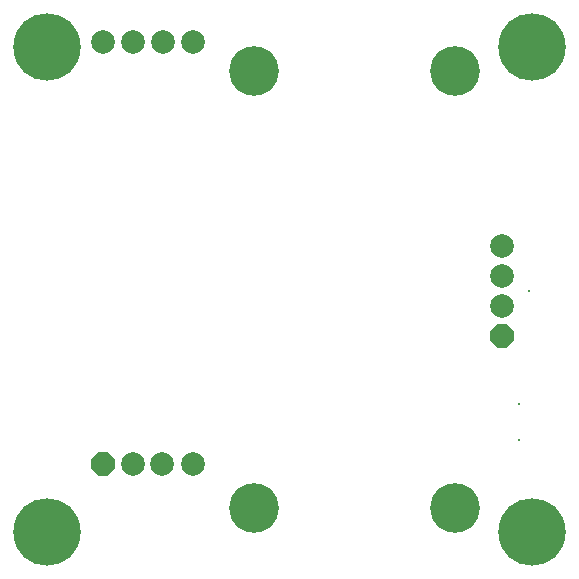
<source format=gbs>
G04 Layer_Color=16711935*
%FSLAX44Y44*%
%MOMM*%
G71*
G01*
G75*
%ADD28C,0.2032*%
G04:AMPARAMS|DCode=29|XSize=0.2032mm|YSize=0.2032mm|CornerRadius=0mm|HoleSize=0mm|Usage=FLASHONLY|Rotation=90.000|XOffset=0mm|YOffset=0mm|HoleType=Round|Shape=RoundedRectangle|*
%AMROUNDEDRECTD29*
21,1,0.2032,0.2032,0,0,90.0*
21,1,0.2032,0.2032,0,0,90.0*
1,1,0.0000,0.1016,0.1016*
1,1,0.0000,0.1016,-0.1016*
1,1,0.0000,-0.1016,-0.1016*
1,1,0.0000,-0.1016,0.1016*
%
%ADD29ROUNDEDRECTD29*%
%ADD30P,2.1683X8X112.5*%
%ADD31C,2.0032*%
%ADD32P,2.1683X8X22.5*%
%ADD33C,4.2032*%
%ADD34C,5.7032*%
D28*
X444000Y152605D02*
D03*
Y122605D02*
D03*
D29*
X452800Y248510D02*
D03*
D30*
X430000Y210410D02*
D03*
D31*
Y235810D02*
D03*
Y261210D02*
D03*
Y286610D02*
D03*
X117300Y102000D02*
D03*
X142000D02*
D03*
X168100D02*
D03*
X91900Y459500D02*
D03*
X168100D02*
D03*
X142700D02*
D03*
X117300D02*
D03*
D32*
X91900Y102000D02*
D03*
D33*
X220000Y65000D02*
D03*
X390000D02*
D03*
Y435000D02*
D03*
X220000D02*
D03*
D34*
X45000Y455000D02*
D03*
X455000D02*
D03*
X45000Y45000D02*
D03*
X455000D02*
D03*
M02*

</source>
